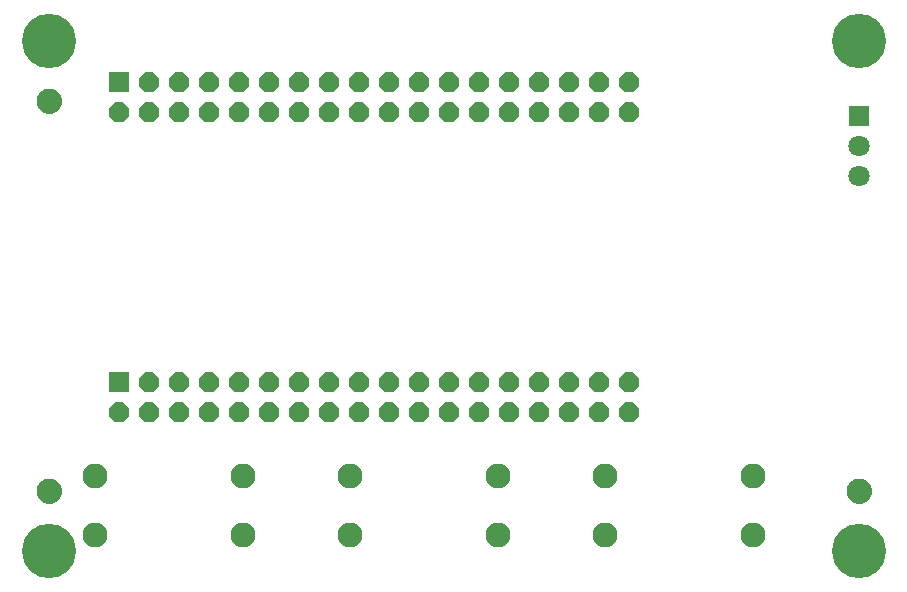
<source format=gbr>
G04 EAGLE Gerber RS-274X export*
G75*
%MOMM*%
%FSLAX34Y34*%
%LPD*%
%INSoldermask Bottom*%
%IPPOS*%
%AMOC8*
5,1,8,0,0,1.08239X$1,22.5*%
G01*
%ADD10R,1.676400X1.676400*%
%ADD11P,1.814519X8X22.500000*%
%ADD12R,1.803400X1.803400*%
%ADD13C,1.803400*%
%ADD14C,2.112400*%
%ADD15C,4.597400*%
%ADD16C,0.609600*%
%ADD17C,1.168400*%


D10*
X97200Y434600D03*
D11*
X97200Y409200D03*
X122600Y434600D03*
X122600Y409200D03*
X148000Y434600D03*
X148000Y409200D03*
X173400Y434600D03*
X173400Y409200D03*
X198800Y434600D03*
X198800Y409200D03*
X224200Y434600D03*
X224200Y409200D03*
X249600Y434600D03*
X249600Y409200D03*
X275000Y434600D03*
X275000Y409200D03*
X300400Y434600D03*
X300400Y409200D03*
X325800Y434600D03*
X325800Y409200D03*
X351200Y434600D03*
X351200Y409200D03*
X376600Y434600D03*
X376600Y409200D03*
X402000Y434600D03*
X402000Y409200D03*
X427400Y434600D03*
X427400Y409200D03*
X452800Y434600D03*
X452800Y409200D03*
X478200Y434600D03*
X478200Y409200D03*
X503600Y434600D03*
X503600Y409200D03*
X529000Y434600D03*
X529000Y409200D03*
D10*
X97200Y180600D03*
D11*
X97200Y155200D03*
X122600Y180600D03*
X122600Y155200D03*
X148000Y180600D03*
X148000Y155200D03*
X173400Y180600D03*
X173400Y155200D03*
X198800Y180600D03*
X198800Y155200D03*
X224200Y180600D03*
X224200Y155200D03*
X249600Y180600D03*
X249600Y155200D03*
X275000Y180600D03*
X275000Y155200D03*
X300400Y180600D03*
X300400Y155200D03*
X325800Y180600D03*
X325800Y155200D03*
X351200Y180600D03*
X351200Y155200D03*
X376600Y180600D03*
X376600Y155200D03*
X402000Y180600D03*
X402000Y155200D03*
X427400Y180600D03*
X427400Y155200D03*
X452800Y180600D03*
X452800Y155200D03*
X478200Y180600D03*
X478200Y155200D03*
X503600Y180600D03*
X503600Y155200D03*
X529000Y180600D03*
X529000Y155200D03*
D12*
X723900Y406400D03*
D13*
X723900Y381000D03*
X723900Y355600D03*
D14*
X202200Y101200D03*
X202200Y51200D03*
X77200Y51200D03*
X77200Y101200D03*
X418100Y101200D03*
X418100Y51200D03*
X293100Y51200D03*
X293100Y101200D03*
X634000Y101200D03*
X634000Y51200D03*
X509000Y51200D03*
X509000Y101200D03*
D15*
X38100Y38100D03*
X723900Y38100D03*
X723900Y469900D03*
X38100Y469900D03*
D16*
X30480Y88900D02*
X30482Y89087D01*
X30489Y89274D01*
X30501Y89461D01*
X30517Y89647D01*
X30537Y89833D01*
X30562Y90018D01*
X30592Y90203D01*
X30626Y90387D01*
X30665Y90570D01*
X30708Y90752D01*
X30756Y90932D01*
X30808Y91112D01*
X30865Y91290D01*
X30925Y91467D01*
X30991Y91642D01*
X31060Y91816D01*
X31134Y91988D01*
X31212Y92158D01*
X31294Y92326D01*
X31380Y92492D01*
X31470Y92656D01*
X31564Y92817D01*
X31662Y92977D01*
X31764Y93133D01*
X31870Y93288D01*
X31980Y93439D01*
X32093Y93588D01*
X32210Y93734D01*
X32330Y93877D01*
X32454Y94017D01*
X32581Y94154D01*
X32712Y94288D01*
X32846Y94419D01*
X32983Y94546D01*
X33123Y94670D01*
X33266Y94790D01*
X33412Y94907D01*
X33561Y95020D01*
X33712Y95130D01*
X33867Y95236D01*
X34023Y95338D01*
X34183Y95436D01*
X34344Y95530D01*
X34508Y95620D01*
X34674Y95706D01*
X34842Y95788D01*
X35012Y95866D01*
X35184Y95940D01*
X35358Y96009D01*
X35533Y96075D01*
X35710Y96135D01*
X35888Y96192D01*
X36068Y96244D01*
X36248Y96292D01*
X36430Y96335D01*
X36613Y96374D01*
X36797Y96408D01*
X36982Y96438D01*
X37167Y96463D01*
X37353Y96483D01*
X37539Y96499D01*
X37726Y96511D01*
X37913Y96518D01*
X38100Y96520D01*
X38287Y96518D01*
X38474Y96511D01*
X38661Y96499D01*
X38847Y96483D01*
X39033Y96463D01*
X39218Y96438D01*
X39403Y96408D01*
X39587Y96374D01*
X39770Y96335D01*
X39952Y96292D01*
X40132Y96244D01*
X40312Y96192D01*
X40490Y96135D01*
X40667Y96075D01*
X40842Y96009D01*
X41016Y95940D01*
X41188Y95866D01*
X41358Y95788D01*
X41526Y95706D01*
X41692Y95620D01*
X41856Y95530D01*
X42017Y95436D01*
X42177Y95338D01*
X42333Y95236D01*
X42488Y95130D01*
X42639Y95020D01*
X42788Y94907D01*
X42934Y94790D01*
X43077Y94670D01*
X43217Y94546D01*
X43354Y94419D01*
X43488Y94288D01*
X43619Y94154D01*
X43746Y94017D01*
X43870Y93877D01*
X43990Y93734D01*
X44107Y93588D01*
X44220Y93439D01*
X44330Y93288D01*
X44436Y93133D01*
X44538Y92977D01*
X44636Y92817D01*
X44730Y92656D01*
X44820Y92492D01*
X44906Y92326D01*
X44988Y92158D01*
X45066Y91988D01*
X45140Y91816D01*
X45209Y91642D01*
X45275Y91467D01*
X45335Y91290D01*
X45392Y91112D01*
X45444Y90932D01*
X45492Y90752D01*
X45535Y90570D01*
X45574Y90387D01*
X45608Y90203D01*
X45638Y90018D01*
X45663Y89833D01*
X45683Y89647D01*
X45699Y89461D01*
X45711Y89274D01*
X45718Y89087D01*
X45720Y88900D01*
X45718Y88713D01*
X45711Y88526D01*
X45699Y88339D01*
X45683Y88153D01*
X45663Y87967D01*
X45638Y87782D01*
X45608Y87597D01*
X45574Y87413D01*
X45535Y87230D01*
X45492Y87048D01*
X45444Y86868D01*
X45392Y86688D01*
X45335Y86510D01*
X45275Y86333D01*
X45209Y86158D01*
X45140Y85984D01*
X45066Y85812D01*
X44988Y85642D01*
X44906Y85474D01*
X44820Y85308D01*
X44730Y85144D01*
X44636Y84983D01*
X44538Y84823D01*
X44436Y84667D01*
X44330Y84512D01*
X44220Y84361D01*
X44107Y84212D01*
X43990Y84066D01*
X43870Y83923D01*
X43746Y83783D01*
X43619Y83646D01*
X43488Y83512D01*
X43354Y83381D01*
X43217Y83254D01*
X43077Y83130D01*
X42934Y83010D01*
X42788Y82893D01*
X42639Y82780D01*
X42488Y82670D01*
X42333Y82564D01*
X42177Y82462D01*
X42017Y82364D01*
X41856Y82270D01*
X41692Y82180D01*
X41526Y82094D01*
X41358Y82012D01*
X41188Y81934D01*
X41016Y81860D01*
X40842Y81791D01*
X40667Y81725D01*
X40490Y81665D01*
X40312Y81608D01*
X40132Y81556D01*
X39952Y81508D01*
X39770Y81465D01*
X39587Y81426D01*
X39403Y81392D01*
X39218Y81362D01*
X39033Y81337D01*
X38847Y81317D01*
X38661Y81301D01*
X38474Y81289D01*
X38287Y81282D01*
X38100Y81280D01*
X37913Y81282D01*
X37726Y81289D01*
X37539Y81301D01*
X37353Y81317D01*
X37167Y81337D01*
X36982Y81362D01*
X36797Y81392D01*
X36613Y81426D01*
X36430Y81465D01*
X36248Y81508D01*
X36068Y81556D01*
X35888Y81608D01*
X35710Y81665D01*
X35533Y81725D01*
X35358Y81791D01*
X35184Y81860D01*
X35012Y81934D01*
X34842Y82012D01*
X34674Y82094D01*
X34508Y82180D01*
X34344Y82270D01*
X34183Y82364D01*
X34023Y82462D01*
X33867Y82564D01*
X33712Y82670D01*
X33561Y82780D01*
X33412Y82893D01*
X33266Y83010D01*
X33123Y83130D01*
X32983Y83254D01*
X32846Y83381D01*
X32712Y83512D01*
X32581Y83646D01*
X32454Y83783D01*
X32330Y83923D01*
X32210Y84066D01*
X32093Y84212D01*
X31980Y84361D01*
X31870Y84512D01*
X31764Y84667D01*
X31662Y84823D01*
X31564Y84983D01*
X31470Y85144D01*
X31380Y85308D01*
X31294Y85474D01*
X31212Y85642D01*
X31134Y85812D01*
X31060Y85984D01*
X30991Y86158D01*
X30925Y86333D01*
X30865Y86510D01*
X30808Y86688D01*
X30756Y86868D01*
X30708Y87048D01*
X30665Y87230D01*
X30626Y87413D01*
X30592Y87597D01*
X30562Y87782D01*
X30537Y87967D01*
X30517Y88153D01*
X30501Y88339D01*
X30489Y88526D01*
X30482Y88713D01*
X30480Y88900D01*
D17*
X38100Y88900D03*
D16*
X30480Y419100D02*
X30482Y419287D01*
X30489Y419474D01*
X30501Y419661D01*
X30517Y419847D01*
X30537Y420033D01*
X30562Y420218D01*
X30592Y420403D01*
X30626Y420587D01*
X30665Y420770D01*
X30708Y420952D01*
X30756Y421132D01*
X30808Y421312D01*
X30865Y421490D01*
X30925Y421667D01*
X30991Y421842D01*
X31060Y422016D01*
X31134Y422188D01*
X31212Y422358D01*
X31294Y422526D01*
X31380Y422692D01*
X31470Y422856D01*
X31564Y423017D01*
X31662Y423177D01*
X31764Y423333D01*
X31870Y423488D01*
X31980Y423639D01*
X32093Y423788D01*
X32210Y423934D01*
X32330Y424077D01*
X32454Y424217D01*
X32581Y424354D01*
X32712Y424488D01*
X32846Y424619D01*
X32983Y424746D01*
X33123Y424870D01*
X33266Y424990D01*
X33412Y425107D01*
X33561Y425220D01*
X33712Y425330D01*
X33867Y425436D01*
X34023Y425538D01*
X34183Y425636D01*
X34344Y425730D01*
X34508Y425820D01*
X34674Y425906D01*
X34842Y425988D01*
X35012Y426066D01*
X35184Y426140D01*
X35358Y426209D01*
X35533Y426275D01*
X35710Y426335D01*
X35888Y426392D01*
X36068Y426444D01*
X36248Y426492D01*
X36430Y426535D01*
X36613Y426574D01*
X36797Y426608D01*
X36982Y426638D01*
X37167Y426663D01*
X37353Y426683D01*
X37539Y426699D01*
X37726Y426711D01*
X37913Y426718D01*
X38100Y426720D01*
X38287Y426718D01*
X38474Y426711D01*
X38661Y426699D01*
X38847Y426683D01*
X39033Y426663D01*
X39218Y426638D01*
X39403Y426608D01*
X39587Y426574D01*
X39770Y426535D01*
X39952Y426492D01*
X40132Y426444D01*
X40312Y426392D01*
X40490Y426335D01*
X40667Y426275D01*
X40842Y426209D01*
X41016Y426140D01*
X41188Y426066D01*
X41358Y425988D01*
X41526Y425906D01*
X41692Y425820D01*
X41856Y425730D01*
X42017Y425636D01*
X42177Y425538D01*
X42333Y425436D01*
X42488Y425330D01*
X42639Y425220D01*
X42788Y425107D01*
X42934Y424990D01*
X43077Y424870D01*
X43217Y424746D01*
X43354Y424619D01*
X43488Y424488D01*
X43619Y424354D01*
X43746Y424217D01*
X43870Y424077D01*
X43990Y423934D01*
X44107Y423788D01*
X44220Y423639D01*
X44330Y423488D01*
X44436Y423333D01*
X44538Y423177D01*
X44636Y423017D01*
X44730Y422856D01*
X44820Y422692D01*
X44906Y422526D01*
X44988Y422358D01*
X45066Y422188D01*
X45140Y422016D01*
X45209Y421842D01*
X45275Y421667D01*
X45335Y421490D01*
X45392Y421312D01*
X45444Y421132D01*
X45492Y420952D01*
X45535Y420770D01*
X45574Y420587D01*
X45608Y420403D01*
X45638Y420218D01*
X45663Y420033D01*
X45683Y419847D01*
X45699Y419661D01*
X45711Y419474D01*
X45718Y419287D01*
X45720Y419100D01*
X45718Y418913D01*
X45711Y418726D01*
X45699Y418539D01*
X45683Y418353D01*
X45663Y418167D01*
X45638Y417982D01*
X45608Y417797D01*
X45574Y417613D01*
X45535Y417430D01*
X45492Y417248D01*
X45444Y417068D01*
X45392Y416888D01*
X45335Y416710D01*
X45275Y416533D01*
X45209Y416358D01*
X45140Y416184D01*
X45066Y416012D01*
X44988Y415842D01*
X44906Y415674D01*
X44820Y415508D01*
X44730Y415344D01*
X44636Y415183D01*
X44538Y415023D01*
X44436Y414867D01*
X44330Y414712D01*
X44220Y414561D01*
X44107Y414412D01*
X43990Y414266D01*
X43870Y414123D01*
X43746Y413983D01*
X43619Y413846D01*
X43488Y413712D01*
X43354Y413581D01*
X43217Y413454D01*
X43077Y413330D01*
X42934Y413210D01*
X42788Y413093D01*
X42639Y412980D01*
X42488Y412870D01*
X42333Y412764D01*
X42177Y412662D01*
X42017Y412564D01*
X41856Y412470D01*
X41692Y412380D01*
X41526Y412294D01*
X41358Y412212D01*
X41188Y412134D01*
X41016Y412060D01*
X40842Y411991D01*
X40667Y411925D01*
X40490Y411865D01*
X40312Y411808D01*
X40132Y411756D01*
X39952Y411708D01*
X39770Y411665D01*
X39587Y411626D01*
X39403Y411592D01*
X39218Y411562D01*
X39033Y411537D01*
X38847Y411517D01*
X38661Y411501D01*
X38474Y411489D01*
X38287Y411482D01*
X38100Y411480D01*
X37913Y411482D01*
X37726Y411489D01*
X37539Y411501D01*
X37353Y411517D01*
X37167Y411537D01*
X36982Y411562D01*
X36797Y411592D01*
X36613Y411626D01*
X36430Y411665D01*
X36248Y411708D01*
X36068Y411756D01*
X35888Y411808D01*
X35710Y411865D01*
X35533Y411925D01*
X35358Y411991D01*
X35184Y412060D01*
X35012Y412134D01*
X34842Y412212D01*
X34674Y412294D01*
X34508Y412380D01*
X34344Y412470D01*
X34183Y412564D01*
X34023Y412662D01*
X33867Y412764D01*
X33712Y412870D01*
X33561Y412980D01*
X33412Y413093D01*
X33266Y413210D01*
X33123Y413330D01*
X32983Y413454D01*
X32846Y413581D01*
X32712Y413712D01*
X32581Y413846D01*
X32454Y413983D01*
X32330Y414123D01*
X32210Y414266D01*
X32093Y414412D01*
X31980Y414561D01*
X31870Y414712D01*
X31764Y414867D01*
X31662Y415023D01*
X31564Y415183D01*
X31470Y415344D01*
X31380Y415508D01*
X31294Y415674D01*
X31212Y415842D01*
X31134Y416012D01*
X31060Y416184D01*
X30991Y416358D01*
X30925Y416533D01*
X30865Y416710D01*
X30808Y416888D01*
X30756Y417068D01*
X30708Y417248D01*
X30665Y417430D01*
X30626Y417613D01*
X30592Y417797D01*
X30562Y417982D01*
X30537Y418167D01*
X30517Y418353D01*
X30501Y418539D01*
X30489Y418726D01*
X30482Y418913D01*
X30480Y419100D01*
D17*
X38100Y419100D03*
D16*
X716280Y88900D02*
X716282Y89087D01*
X716289Y89274D01*
X716301Y89461D01*
X716317Y89647D01*
X716337Y89833D01*
X716362Y90018D01*
X716392Y90203D01*
X716426Y90387D01*
X716465Y90570D01*
X716508Y90752D01*
X716556Y90932D01*
X716608Y91112D01*
X716665Y91290D01*
X716725Y91467D01*
X716791Y91642D01*
X716860Y91816D01*
X716934Y91988D01*
X717012Y92158D01*
X717094Y92326D01*
X717180Y92492D01*
X717270Y92656D01*
X717364Y92817D01*
X717462Y92977D01*
X717564Y93133D01*
X717670Y93288D01*
X717780Y93439D01*
X717893Y93588D01*
X718010Y93734D01*
X718130Y93877D01*
X718254Y94017D01*
X718381Y94154D01*
X718512Y94288D01*
X718646Y94419D01*
X718783Y94546D01*
X718923Y94670D01*
X719066Y94790D01*
X719212Y94907D01*
X719361Y95020D01*
X719512Y95130D01*
X719667Y95236D01*
X719823Y95338D01*
X719983Y95436D01*
X720144Y95530D01*
X720308Y95620D01*
X720474Y95706D01*
X720642Y95788D01*
X720812Y95866D01*
X720984Y95940D01*
X721158Y96009D01*
X721333Y96075D01*
X721510Y96135D01*
X721688Y96192D01*
X721868Y96244D01*
X722048Y96292D01*
X722230Y96335D01*
X722413Y96374D01*
X722597Y96408D01*
X722782Y96438D01*
X722967Y96463D01*
X723153Y96483D01*
X723339Y96499D01*
X723526Y96511D01*
X723713Y96518D01*
X723900Y96520D01*
X724087Y96518D01*
X724274Y96511D01*
X724461Y96499D01*
X724647Y96483D01*
X724833Y96463D01*
X725018Y96438D01*
X725203Y96408D01*
X725387Y96374D01*
X725570Y96335D01*
X725752Y96292D01*
X725932Y96244D01*
X726112Y96192D01*
X726290Y96135D01*
X726467Y96075D01*
X726642Y96009D01*
X726816Y95940D01*
X726988Y95866D01*
X727158Y95788D01*
X727326Y95706D01*
X727492Y95620D01*
X727656Y95530D01*
X727817Y95436D01*
X727977Y95338D01*
X728133Y95236D01*
X728288Y95130D01*
X728439Y95020D01*
X728588Y94907D01*
X728734Y94790D01*
X728877Y94670D01*
X729017Y94546D01*
X729154Y94419D01*
X729288Y94288D01*
X729419Y94154D01*
X729546Y94017D01*
X729670Y93877D01*
X729790Y93734D01*
X729907Y93588D01*
X730020Y93439D01*
X730130Y93288D01*
X730236Y93133D01*
X730338Y92977D01*
X730436Y92817D01*
X730530Y92656D01*
X730620Y92492D01*
X730706Y92326D01*
X730788Y92158D01*
X730866Y91988D01*
X730940Y91816D01*
X731009Y91642D01*
X731075Y91467D01*
X731135Y91290D01*
X731192Y91112D01*
X731244Y90932D01*
X731292Y90752D01*
X731335Y90570D01*
X731374Y90387D01*
X731408Y90203D01*
X731438Y90018D01*
X731463Y89833D01*
X731483Y89647D01*
X731499Y89461D01*
X731511Y89274D01*
X731518Y89087D01*
X731520Y88900D01*
X731518Y88713D01*
X731511Y88526D01*
X731499Y88339D01*
X731483Y88153D01*
X731463Y87967D01*
X731438Y87782D01*
X731408Y87597D01*
X731374Y87413D01*
X731335Y87230D01*
X731292Y87048D01*
X731244Y86868D01*
X731192Y86688D01*
X731135Y86510D01*
X731075Y86333D01*
X731009Y86158D01*
X730940Y85984D01*
X730866Y85812D01*
X730788Y85642D01*
X730706Y85474D01*
X730620Y85308D01*
X730530Y85144D01*
X730436Y84983D01*
X730338Y84823D01*
X730236Y84667D01*
X730130Y84512D01*
X730020Y84361D01*
X729907Y84212D01*
X729790Y84066D01*
X729670Y83923D01*
X729546Y83783D01*
X729419Y83646D01*
X729288Y83512D01*
X729154Y83381D01*
X729017Y83254D01*
X728877Y83130D01*
X728734Y83010D01*
X728588Y82893D01*
X728439Y82780D01*
X728288Y82670D01*
X728133Y82564D01*
X727977Y82462D01*
X727817Y82364D01*
X727656Y82270D01*
X727492Y82180D01*
X727326Y82094D01*
X727158Y82012D01*
X726988Y81934D01*
X726816Y81860D01*
X726642Y81791D01*
X726467Y81725D01*
X726290Y81665D01*
X726112Y81608D01*
X725932Y81556D01*
X725752Y81508D01*
X725570Y81465D01*
X725387Y81426D01*
X725203Y81392D01*
X725018Y81362D01*
X724833Y81337D01*
X724647Y81317D01*
X724461Y81301D01*
X724274Y81289D01*
X724087Y81282D01*
X723900Y81280D01*
X723713Y81282D01*
X723526Y81289D01*
X723339Y81301D01*
X723153Y81317D01*
X722967Y81337D01*
X722782Y81362D01*
X722597Y81392D01*
X722413Y81426D01*
X722230Y81465D01*
X722048Y81508D01*
X721868Y81556D01*
X721688Y81608D01*
X721510Y81665D01*
X721333Y81725D01*
X721158Y81791D01*
X720984Y81860D01*
X720812Y81934D01*
X720642Y82012D01*
X720474Y82094D01*
X720308Y82180D01*
X720144Y82270D01*
X719983Y82364D01*
X719823Y82462D01*
X719667Y82564D01*
X719512Y82670D01*
X719361Y82780D01*
X719212Y82893D01*
X719066Y83010D01*
X718923Y83130D01*
X718783Y83254D01*
X718646Y83381D01*
X718512Y83512D01*
X718381Y83646D01*
X718254Y83783D01*
X718130Y83923D01*
X718010Y84066D01*
X717893Y84212D01*
X717780Y84361D01*
X717670Y84512D01*
X717564Y84667D01*
X717462Y84823D01*
X717364Y84983D01*
X717270Y85144D01*
X717180Y85308D01*
X717094Y85474D01*
X717012Y85642D01*
X716934Y85812D01*
X716860Y85984D01*
X716791Y86158D01*
X716725Y86333D01*
X716665Y86510D01*
X716608Y86688D01*
X716556Y86868D01*
X716508Y87048D01*
X716465Y87230D01*
X716426Y87413D01*
X716392Y87597D01*
X716362Y87782D01*
X716337Y87967D01*
X716317Y88153D01*
X716301Y88339D01*
X716289Y88526D01*
X716282Y88713D01*
X716280Y88900D01*
D17*
X723900Y88900D03*
M02*

</source>
